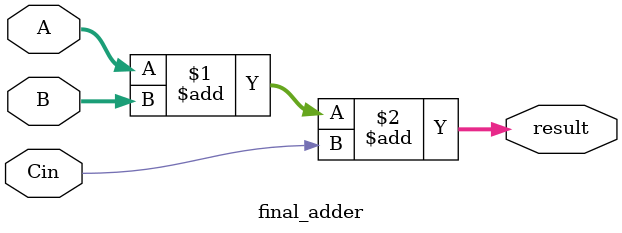
<source format=v>
`timescale 1ns / 1ps

module mult(
	input mul_clk,
	input resetn,
	input mul_signed,
	input [31:0] x,
	input [31:0] y,

	output [63:0] result
);
  wire [63:0] p00, p01, p02, p03, p04, p05, p06, p07, p08;
  wire [63:0] p09, p10, p11, p12, p13, p14, p15, p16;
  wire        c00, c01, c02, c03, c04, c05, c06, c07, c08;
  wire        c09, c10, c11, c12, c13, c14, c15, c16;
  
  wire [16:0] N00, N01, N02, N03, N04, N05, N06, N07;
  wire [16:0] N08, N09, N10, N11, N12, N13, N14, N15;
  wire [16:0] N16, N17, N18, N19, N20, N21, N22, N23;
  wire [16:0] N24, N25, N26, N27, N28, N29, N30, N31;
  wire [16:0] N32, N33, N34, N35, N36, N37, N38, N39;
  wire [16:0] N40, N41, N42, N43, N44, N45, N46, N47;
  wire [16:0] N48, N49, N50, N51, N52, N53, N54, N55;
  wire [16:0] N56, N57, N58, N59, N60, N61, N62, N63;
  wire [16:0] C;

  wire [63:0] C_wallace;
  wire [63:0] S_wallace;
  
  reg  [63:0] final_S;
  reg  [63:0] final_C;
  reg         final_Cin;
  wire [63:0] final_result;
  
  wire [33:0] A;
  wire [33:0] B; 
  
  assign A = (mul_signed)? {{2{x[31]}}, x} : {2'b00, x};
  assign B = (mul_signed)? {{2{y[31]}}, y} : {2'b00, y};
  
  assign result = final_result;
	always@(posedge mul_clk)
	begin
	  if(!resetn) begin
	    final_S   <= 64'b0;
	    final_C   <= 64'b0;
	    final_Cin <=  1'b0;
	  end
	  else begin
	    final_S   <= S_wallace;
	    final_C   <= {C_wallace[62:0],C[14]};
	    final_Cin <= C[15];
	  end
	end

  assign C = {c16, c15, c14, c13, c12, c11, c10, c09, c08, c07, c06, c05, c04, c03, c02, c01, c00};
  
  booth booth(.A(A), .B(B),
              .p00(p00), .p01(p01), .p02(p02), .p03(p03), .p04(p04), .p05(p05), .p06(p06), .p07(p07), .p08(p08),
              .p09(p09), .p10(p10), .p11(p11), .p12(p12), .p13(p13), .p14(p14), .p15(p15), .p16(p16), 
              .c00(c00), .c01(c01), .c02(c02), .c03(c03), .c04(c04), .c05(c05), .c06(c06), .c07(c07), .c08(c08),
              .c09(c09), .c10(c10), .c11(c11), .c12(c12), .c13(c13), .c14(c14), .c15(c15), .c16(c16)
              );

  switch switch(
              .p00(p00), .p01(p01), .p02(p02), .p03(p03), .p04(p04), .p05(p05), .p06(p06), .p07(p07), .p08(p08),
              .p09(p09), .p10(p10), .p11(p11), .p12(p12), .p13(p13), .p14(p14), .p15(p15), .p16(p16),
              
              .N00(N00), .N01(N01), .N02(N02), .N03(N03), .N04(N04), .N05(N05), .N06(N06), .N07(N07), 
              .N08(N08), .N09(N09), .N10(N10), .N11(N11), .N12(N12), .N13(N13), .N14(N14), .N15(N15), 
              .N16(N16), .N17(N17), .N18(N18), .N19(N19), .N20(N20), .N21(N21), .N22(N22), .N23(N23),
              .N24(N24), .N25(N25), .N26(N26), .N27(N27), .N28(N28), .N29(N29), .N30(N30), .N31(N31), 
              .N32(N32), .N33(N33), .N34(N34), .N35(N35), .N36(N36), .N37(N37), .N38(N38), .N39(N39), 
              .N40(N40), .N41(N41), .N42(N42), .N43(N43), .N44(N44), .N45(N45), .N46(N46), .N47(N47), 
              .N48(N48), .N49(N49), .N50(N50), .N51(N51), .N52(N52), .N53(N53), .N54(N54), .N55(N55), 
              .N56(N56), .N57(N57), .N58(N58), .N59(N59), .N60(N60), .N61(N61), .N62(N62), .N63(N63)
              );
              
  Wallace Wallace(
              .N00(N00), .N01(N01), .N02(N02), .N03(N03), .N04(N04), .N05(N05), .N06(N06), .N07(N07), 
              .N08(N08), .N09(N09), .N10(N10), .N11(N11), .N12(N12), .N13(N13), .N14(N14), .N15(N15), 
              .N16(N16), .N17(N17), .N18(N18), .N19(N19), .N20(N20), .N21(N21), .N22(N22), .N23(N23),
              .N24(N24), .N25(N25), .N26(N26), .N27(N27), .N28(N28), .N29(N29), .N30(N30), .N31(N31), 
              .N32(N32), .N33(N33), .N34(N34), .N35(N35), .N36(N36), .N37(N37), .N38(N38), .N39(N39), 
              .N40(N40), .N41(N41), .N42(N42), .N43(N43), .N44(N44), .N45(N45), .N46(N46), .N47(N47), 
              .N48(N48), .N49(N49), .N50(N50), .N51(N51), .N52(N52), .N53(N53), .N54(N54), .N55(N55), 
              .N56(N56), .N57(N57), .N58(N58), .N59(N59), .N60(N60), .N61(N61), .N62(N62), .N63(N63),
              .Cin(C[13:0]),

              .Cout(C_wallace),
              .S(S_wallace)
              );
             
  final_adder adder(.A(final_S), .B(final_C), .Cin(final_Cin), .result(final_result));
endmodule



module booth(
  input  [33:0] A,
  input  [33:0] B,

  output [63:0] p00, p01, p02, p03, p04, p05, p06, p07, p08,
  output [63:0] p09, p10, p11, p12, p13, p14, p15, p16,
  output        c00, c01, c02, c03, c04, c05, c06, c07, c08,
  output        c09, c10, c11, c12, c13, c14, c15, c16
  
);

  partial_product p_prod00(.A(A), .B({B[ 1: 0],1'b0}), .shift(6'd00), .p(p00), .c(c00)),
                  p_prod01(.A(A), .B( B[ 3: 1]      ), .shift(6'd02), .p(p01), .c(c01)),
                  p_prod02(.A(A), .B( B[ 5: 3]      ), .shift(6'd04), .p(p02), .c(c02)),
                  p_prod03(.A(A), .B( B[ 7: 5]      ), .shift(6'd06), .p(p03), .c(c03)),
                  p_prod04(.A(A), .B( B[ 9: 7]      ), .shift(6'd08), .p(p04), .c(c04)),
                  p_prod05(.A(A), .B( B[11: 9]      ), .shift(6'd10), .p(p05), .c(c05)),
                  p_prod06(.A(A), .B( B[13:11]      ), .shift(6'd12), .p(p06), .c(c06)),
                  p_prod07(.A(A), .B( B[15:13]      ), .shift(6'd14), .p(p07), .c(c07)),
                  p_prod08(.A(A), .B( B[17:15]      ), .shift(6'd16), .p(p08), .c(c08)),
                  p_prod09(.A(A), .B( B[19:17]      ), .shift(6'd18), .p(p09), .c(c09)),
                  p_prod10(.A(A), .B( B[21:19]      ), .shift(6'd20), .p(p10), .c(c10)),
                  p_prod11(.A(A), .B( B[23:21]      ), .shift(6'd22), .p(p11), .c(c11)),
                  p_prod12(.A(A), .B( B[25:23]      ), .shift(6'd24), .p(p12), .c(c12)),
                  p_prod13(.A(A), .B( B[27:25]      ), .shift(6'd26), .p(p13), .c(c13)),
                  p_prod14(.A(A), .B( B[29:27]      ), .shift(6'd28), .p(p14), .c(c14)),
                  p_prod15(.A(A), .B( B[31:29]      ), .shift(6'd30), .p(p15), .c(c15)),
                  p_prod16(.A(A), .B( B[33:31]      ), .shift(6'd32), .p(p16), .c(c16));
endmodule
 
module partial_product(
  input  [33:0] A,
  input  [ 2:0] B,
  input  [ 5:0] shift,
  
  output [63:0] p,
  output        c
);

  wire [33:0] p_temp;
  wire [95:0] p_pre;
  wire [33:0] A_neg;
  
  assign A_neg = ~A;

  assign p_temp = (B==3'b001)? A:
                  (B==3'b010)? A:
                  (B==3'b011)? {A[32:0], 1'b0}:
                  (B==3'b100)? {A_neg[32:0], 1'b1}:
                  (B==3'b101)? A_neg:
                  (B==3'b110)? A_neg:
                               34'b0;
                               
  assign c = (B==3'b100||B==3'b101||B==3'b110)? 1'b1 : 1'b0;
  
  assign p_pre = {{30{p_temp[33]}}, p_temp, {32{c}}} << shift;

  assign p = p_pre[95:32];                

endmodule


module switch(
  input  [63:0] p00, p01, p02, p03, p04, p05, p06, p07, p08,
  input  [63:0] p09, p10, p11, p12, p13, p14, p15, p16,
  
  output [16:0] N00, N01, N02, N03, N04, N05, N06, N07,
  output [16:0] N08, N09, N10, N11, N12, N13, N14, N15,
  output [16:0] N16, N17, N18, N19, N20, N21, N22, N23,
  output [16:0] N24, N25, N26, N27, N28, N29, N30, N31,
  output [16:0] N32, N33, N34, N35, N36, N37, N38, N39,
  output [16:0] N40, N41, N42, N43, N44, N45, N46, N47,
  output [16:0] N48, N49, N50, N51, N52, N53, N54, N55,
  output [16:0] N56, N57, N58, N59, N60, N61, N62, N63
);

  assign N00 = {p00[00], p01[00] ,p02[00], p03[00], p04[00], p05[00], p06[00], p07[00], p08[00], p09[00], p10[00], p11[00], p12[00], p13[00], p14[00], p15[00], p16[00]};
  assign N01 = {p00[01], p01[01] ,p02[01], p03[01], p04[01], p05[01], p06[01], p07[01], p08[01], p09[01], p10[01], p11[01], p12[01], p13[01], p14[01], p15[01], p16[01]};
  assign N02 = {p00[02], p01[02] ,p02[02], p03[02], p04[02], p05[02], p06[02], p07[02], p08[02], p09[02], p10[02], p11[02], p12[02], p13[02], p14[02], p15[02], p16[02]};
  assign N03 = {p00[03], p01[03] ,p02[03], p03[03], p04[03], p05[03], p06[03], p07[03], p08[03], p09[03], p10[03], p11[03], p12[03], p13[03], p14[03], p15[03], p16[03]};
  assign N04 = {p00[04], p01[04] ,p02[04], p03[04], p04[04], p05[04], p06[04], p07[04], p08[04], p09[04], p10[04], p11[04], p12[04], p13[04], p14[04], p15[04], p16[04]};
  assign N05 = {p00[05], p01[05] ,p02[05], p03[05], p04[05], p05[05], p06[05], p07[05], p08[05], p09[05], p10[05], p11[05], p12[05], p13[05], p14[05], p15[05], p16[05]};
  assign N06 = {p00[06], p01[06] ,p02[06], p03[06], p04[06], p05[06], p06[06], p07[06], p08[06], p09[06], p10[06], p11[06], p12[06], p13[06], p14[06], p15[06], p16[06]};
  assign N07 = {p00[07], p01[07] ,p02[07], p03[07], p04[07], p05[07], p06[07], p07[07], p08[07], p09[07], p10[07], p11[07], p12[07], p13[07], p14[07], p15[07], p16[07]};
  assign N08 = {p00[08], p01[08] ,p02[08], p03[08], p04[08], p05[08], p06[08], p07[08], p08[08], p09[08], p10[08], p11[08], p12[08], p13[08], p14[08], p15[08], p16[08]};
  assign N09 = {p00[09], p01[09] ,p02[09], p03[09], p04[09], p05[09], p06[09], p07[09], p08[09], p09[09], p10[09], p11[09], p12[09], p13[09], p14[09], p15[09], p16[09]};
  assign N10 = {p00[10], p01[10] ,p02[10], p03[10], p04[10], p05[10], p06[10], p07[10], p08[10], p09[10], p10[10], p11[10], p12[10], p13[10], p14[10], p15[10], p16[10]};
  assign N11 = {p00[11], p01[11] ,p02[11], p03[11], p04[11], p05[11], p06[11], p07[11], p08[11], p09[11], p10[11], p11[11], p12[11], p13[11], p14[11], p15[11], p16[11]};
  assign N12 = {p00[12], p01[12] ,p02[12], p03[12], p04[12], p05[12], p06[12], p07[12], p08[12], p09[12], p10[12], p11[12], p12[12], p13[12], p14[12], p15[12], p16[12]};
  assign N13 = {p00[13], p01[13] ,p02[13], p03[13], p04[13], p05[13], p06[13], p07[13], p08[13], p09[13], p10[13], p11[13], p12[13], p13[13], p14[13], p15[13], p16[13]};
  assign N14 = {p00[14], p01[14] ,p02[14], p03[14], p04[14], p05[14], p06[14], p07[14], p08[14], p09[14], p10[14], p11[14], p12[14], p13[14], p14[14], p15[14], p16[14]};
  assign N15 = {p00[15], p01[15] ,p02[15], p03[15], p04[15], p05[15], p06[15], p07[15], p08[15], p09[15], p10[15], p11[15], p12[15], p13[15], p14[15], p15[15], p16[15]};
  assign N16 = {p00[16], p01[16] ,p02[16], p03[16], p04[16], p05[16], p06[16], p07[16], p08[16], p09[16], p10[16], p11[16], p12[16], p13[16], p14[16], p15[16], p16[16]};
  assign N17 = {p00[17], p01[17] ,p02[17], p03[17], p04[17], p05[17], p06[17], p07[17], p08[17], p09[17], p10[17], p11[17], p12[17], p13[17], p14[17], p15[17], p16[17]};
  assign N18 = {p00[18], p01[18] ,p02[18], p03[18], p04[18], p05[18], p06[18], p07[18], p08[18], p09[18], p10[18], p11[18], p12[18], p13[18], p14[18], p15[18], p16[18]};
  assign N19 = {p00[19], p01[19] ,p02[19], p03[19], p04[19], p05[19], p06[19], p07[19], p08[19], p09[19], p10[19], p11[19], p12[19], p13[19], p14[19], p15[19], p16[19]};
  assign N20 = {p00[20], p01[20] ,p02[20], p03[20], p04[20], p05[20], p06[20], p07[20], p08[20], p09[20], p10[20], p11[20], p12[20], p13[20], p14[20], p15[20], p16[20]};
  assign N21 = {p00[21], p01[21] ,p02[21], p03[21], p04[21], p05[21], p06[21], p07[21], p08[21], p09[21], p10[21], p11[21], p12[21], p13[21], p14[21], p15[21], p16[21]};
  assign N22 = {p00[22], p01[22] ,p02[22], p03[22], p04[22], p05[22], p06[22], p07[22], p08[22], p09[22], p10[22], p11[22], p12[22], p13[22], p14[22], p15[22], p16[22]};
  assign N23 = {p00[23], p01[23] ,p02[23], p03[23], p04[23], p05[23], p06[23], p07[23], p08[23], p09[23], p10[23], p11[23], p12[23], p13[23], p14[23], p15[23], p16[23]};
  assign N24 = {p00[24], p01[24] ,p02[24], p03[24], p04[24], p05[24], p06[24], p07[24], p08[24], p09[24], p10[24], p11[24], p12[24], p13[24], p14[24], p15[24], p16[24]};
  assign N25 = {p00[25], p01[25] ,p02[25], p03[25], p04[25], p05[25], p06[25], p07[25], p08[25], p09[25], p10[25], p11[25], p12[25], p13[25], p14[25], p15[25], p16[25]};
  assign N26 = {p00[26], p01[26] ,p02[26], p03[26], p04[26], p05[26], p06[26], p07[26], p08[26], p09[26], p10[26], p11[26], p12[26], p13[26], p14[26], p15[26], p16[26]};
  assign N27 = {p00[27], p01[27] ,p02[27], p03[27], p04[27], p05[27], p06[27], p07[27], p08[27], p09[27], p10[27], p11[27], p12[27], p13[27], p14[27], p15[27], p16[27]};
  assign N28 = {p00[28], p01[28] ,p02[28], p03[28], p04[28], p05[28], p06[28], p07[28], p08[28], p09[28], p10[28], p11[28], p12[28], p13[28], p14[28], p15[28], p16[28]};
  assign N29 = {p00[29], p01[29] ,p02[29], p03[29], p04[29], p05[29], p06[29], p07[29], p08[29], p09[29], p10[29], p11[29], p12[29], p13[29], p14[29], p15[29], p16[29]};
  assign N30 = {p00[30], p01[30] ,p02[30], p03[30], p04[30], p05[30], p06[30], p07[30], p08[30], p09[30], p10[30], p11[30], p12[30], p13[30], p14[30], p15[30], p16[30]};
  assign N31 = {p00[31], p01[31] ,p02[31], p03[31], p04[31], p05[31], p06[31], p07[31], p08[31], p09[31], p10[31], p11[31], p12[31], p13[31], p14[31], p15[31], p16[31]};
  assign N32 = {p00[32], p01[32] ,p02[32], p03[32], p04[32], p05[32], p06[32], p07[32], p08[32], p09[32], p10[32], p11[32], p12[32], p13[32], p14[32], p15[32], p16[32]};
  assign N33 = {p00[33], p01[33] ,p02[33], p03[33], p04[33], p05[33], p06[33], p07[33], p08[33], p09[33], p10[33], p11[33], p12[33], p13[33], p14[33], p15[33], p16[33]};
  assign N34 = {p00[34], p01[34] ,p02[34], p03[34], p04[34], p05[34], p06[34], p07[34], p08[34], p09[34], p10[34], p11[34], p12[34], p13[34], p14[34], p15[34], p16[34]};
  assign N35 = {p00[35], p01[35] ,p02[35], p03[35], p04[35], p05[35], p06[35], p07[35], p08[35], p09[35], p10[35], p11[35], p12[35], p13[35], p14[35], p15[35], p16[35]};
  assign N36 = {p00[36], p01[36] ,p02[36], p03[36], p04[36], p05[36], p06[36], p07[36], p08[36], p09[36], p10[36], p11[36], p12[36], p13[36], p14[36], p15[36], p16[36]};
  assign N37 = {p00[37], p01[37] ,p02[37], p03[37], p04[37], p05[37], p06[37], p07[37], p08[37], p09[37], p10[37], p11[37], p12[37], p13[37], p14[37], p15[37], p16[37]};
  assign N38 = {p00[38], p01[38] ,p02[38], p03[38], p04[38], p05[38], p06[38], p07[38], p08[38], p09[38], p10[38], p11[38], p12[38], p13[38], p14[38], p15[38], p16[38]};
  assign N39 = {p00[39], p01[39] ,p02[39], p03[39], p04[39], p05[39], p06[39], p07[39], p08[39], p09[39], p10[39], p11[39], p12[39], p13[39], p14[39], p15[39], p16[39]};
  assign N40 = {p00[40], p01[40] ,p02[40], p03[40], p04[40], p05[40], p06[40], p07[40], p08[40], p09[40], p10[40], p11[40], p12[40], p13[40], p14[40], p15[40], p16[40]};
  assign N41 = {p00[41], p01[41] ,p02[41], p03[41], p04[41], p05[41], p06[41], p07[41], p08[41], p09[41], p10[41], p11[41], p12[41], p13[41], p14[41], p15[41], p16[41]};
  assign N42 = {p00[42], p01[42] ,p02[42], p03[42], p04[42], p05[42], p06[42], p07[42], p08[42], p09[42], p10[42], p11[42], p12[42], p13[42], p14[42], p15[42], p16[42]};
  assign N43 = {p00[43], p01[43] ,p02[43], p03[43], p04[43], p05[43], p06[43], p07[43], p08[43], p09[43], p10[43], p11[43], p12[43], p13[43], p14[43], p15[43], p16[43]};
  assign N44 = {p00[44], p01[44] ,p02[44], p03[44], p04[44], p05[44], p06[44], p07[44], p08[44], p09[44], p10[44], p11[44], p12[44], p13[44], p14[44], p15[44], p16[44]};
  assign N45 = {p00[45], p01[45] ,p02[45], p03[45], p04[45], p05[45], p06[45], p07[45], p08[45], p09[45], p10[45], p11[45], p12[45], p13[45], p14[45], p15[45], p16[45]};
  assign N46 = {p00[46], p01[46] ,p02[46], p03[46], p04[46], p05[46], p06[46], p07[46], p08[46], p09[46], p10[46], p11[46], p12[46], p13[46], p14[46], p15[46], p16[46]};
  assign N47 = {p00[47], p01[47] ,p02[47], p03[47], p04[47], p05[47], p06[47], p07[47], p08[47], p09[47], p10[47], p11[47], p12[47], p13[47], p14[47], p15[47], p16[47]};
  assign N48 = {p00[48], p01[48] ,p02[48], p03[48], p04[48], p05[48], p06[48], p07[48], p08[48], p09[48], p10[48], p11[48], p12[48], p13[48], p14[48], p15[48], p16[48]};
  assign N49 = {p00[49], p01[49] ,p02[49], p03[49], p04[49], p05[49], p06[49], p07[49], p08[49], p09[49], p10[49], p11[49], p12[49], p13[49], p14[49], p15[49], p16[49]};
  assign N50 = {p00[50], p01[50] ,p02[50], p03[50], p04[50], p05[50], p06[50], p07[50], p08[50], p09[50], p10[50], p11[50], p12[50], p13[50], p14[50], p15[50], p16[50]};
  assign N51 = {p00[51], p01[51] ,p02[51], p03[51], p04[51], p05[51], p06[51], p07[51], p08[51], p09[51], p10[51], p11[51], p12[51], p13[51], p14[51], p15[51], p16[51]};
  assign N52 = {p00[52], p01[52] ,p02[52], p03[52], p04[52], p05[52], p06[52], p07[52], p08[52], p09[52], p10[52], p11[52], p12[52], p13[52], p14[52], p15[52], p16[52]};
  assign N53 = {p00[53], p01[53] ,p02[53], p03[53], p04[53], p05[53], p06[53], p07[53], p08[53], p09[53], p10[53], p11[53], p12[53], p13[53], p14[53], p15[53], p16[53]};
  assign N54 = {p00[54], p01[54] ,p02[54], p03[54], p04[54], p05[54], p06[54], p07[54], p08[54], p09[54], p10[54], p11[54], p12[54], p13[54], p14[54], p15[54], p16[54]};
  assign N55 = {p00[55], p01[55] ,p02[55], p03[55], p04[55], p05[55], p06[55], p07[55], p08[55], p09[55], p10[55], p11[55], p12[55], p13[55], p14[55], p15[55], p16[55]};
  assign N56 = {p00[56], p01[56] ,p02[56], p03[56], p04[56], p05[56], p06[56], p07[56], p08[56], p09[56], p10[56], p11[56], p12[56], p13[56], p14[56], p15[56], p16[56]};
  assign N57 = {p00[57], p01[57] ,p02[57], p03[57], p04[57], p05[57], p06[57], p07[57], p08[57], p09[57], p10[57], p11[57], p12[57], p13[57], p14[57], p15[57], p16[57]};
  assign N58 = {p00[58], p01[58] ,p02[58], p03[58], p04[58], p05[58], p06[58], p07[58], p08[58], p09[58], p10[58], p11[58], p12[58], p13[58], p14[58], p15[58], p16[58]};
  assign N59 = {p00[59], p01[59] ,p02[59], p03[59], p04[59], p05[59], p06[59], p07[59], p08[59], p09[59], p10[59], p11[59], p12[59], p13[59], p14[59], p15[59], p16[59]};
  assign N60 = {p00[60], p01[60] ,p02[60], p03[60], p04[60], p05[60], p06[60], p07[60], p08[60], p09[60], p10[60], p11[60], p12[60], p13[60], p14[60], p15[60], p16[60]};
  assign N61 = {p00[61], p01[61] ,p02[61], p03[61], p04[61], p05[61], p06[61], p07[61], p08[61], p09[61], p10[61], p11[61], p12[61], p13[61], p14[61], p15[61], p16[61]};
  assign N62 = {p00[62], p01[62] ,p02[62], p03[62], p04[62], p05[62], p06[62], p07[62], p08[62], p09[62], p10[62], p11[62], p12[62], p13[62], p14[62], p15[62], p16[62]};
  assign N63 = {p00[63], p01[63] ,p02[63], p03[63], p04[63], p05[63], p06[63], p07[63], p08[63], p09[63], p10[63], p11[63], p12[63], p13[63], p14[63], p15[63], p16[63]};

endmodule 

module Wallace (
  input  [16:0] N00, N01, N02, N03, N04, N05, N06, N07,
  input  [16:0] N08, N09, N10, N11, N12, N13, N14, N15,
  input  [16:0] N16, N17, N18, N19, N20, N21, N22, N23,
  input  [16:0] N24, N25, N26, N27, N28, N29, N30, N31,
  input  [16:0] N32, N33, N34, N35, N36, N37, N38, N39,
  input  [16:0] N40, N41, N42, N43, N44, N45, N46, N47,
  input  [16:0] N48, N49, N50, N51, N52, N53, N54, N55,
  input  [16:0] N56, N57, N58, N59, N60, N61, N62, N63,
  input  [13:0] Cin,

  output [63:0] Cout,
  output [63:0] S
  );
  
  wire [13:0] Cout00, Cout01, Cout02, Cout03, Cout04, Cout05, Cout06, Cout07, Cout08, Cout09;
  wire [13:0] Cout10, Cout11, Cout12, Cout13, Cout14, Cout15, Cout16, Cout17, Cout18, Cout19;
  wire [13:0] Cout20, Cout21, Cout22, Cout23, Cout24, Cout25, Cout26, Cout27, Cout28, Cout29;
  wire [13:0] Cout30, Cout31, Cout32, Cout33, Cout34, Cout35, Cout36, Cout37, Cout38, Cout39;
  wire [13:0] Cout40, Cout41, Cout42, Cout43, Cout44, Cout45, Cout46, Cout47, Cout48, Cout49;
  wire [13:0] Cout50, Cout51, Cout52, Cout53, Cout54, Cout55, Cout56, Cout57, Cout58, Cout59;
  wire [13:0] Cout60, Cout61, Cout62, Cout63;
  
  
  one_bit_Wallace_tree tree00(.N(N00), .Cin(Cin    ), .Cout(Cout00), .C(Cout[00]), .S(S[00])),
                       tree01(.N(N01), .Cin(Cout00 ), .Cout(Cout01), .C(Cout[01]), .S(S[01])),
                       tree02(.N(N02), .Cin(Cout01 ), .Cout(Cout02), .C(Cout[02]), .S(S[02])),
                       tree03(.N(N03), .Cin(Cout02 ), .Cout(Cout03), .C(Cout[03]), .S(S[03])),
                       tree04(.N(N04), .Cin(Cout03 ), .Cout(Cout04), .C(Cout[04]), .S(S[04])),
                       tree05(.N(N05), .Cin(Cout04 ), .Cout(Cout05), .C(Cout[05]), .S(S[05])),
                       tree06(.N(N06), .Cin(Cout05 ), .Cout(Cout06), .C(Cout[06]), .S(S[06])),
                       tree07(.N(N07), .Cin(Cout06 ), .Cout(Cout07), .C(Cout[07]), .S(S[07])),
                       tree08(.N(N08), .Cin(Cout07 ), .Cout(Cout08), .C(Cout[08]), .S(S[08])),
                       tree09(.N(N09), .Cin(Cout08 ), .Cout(Cout09), .C(Cout[09]), .S(S[09])),
                       
                       tree10(.N(N10), .Cin(Cout09 ), .Cout(Cout10), .C(Cout[10]), .S(S[10])),
                       tree11(.N(N11), .Cin(Cout10 ), .Cout(Cout11), .C(Cout[11]), .S(S[11])),
                       tree12(.N(N12), .Cin(Cout11 ), .Cout(Cout12), .C(Cout[12]), .S(S[12])),
                       tree13(.N(N13), .Cin(Cout12 ), .Cout(Cout13), .C(Cout[13]), .S(S[13])),
                       tree14(.N(N14), .Cin(Cout13 ), .Cout(Cout14), .C(Cout[14]), .S(S[14])),
                       tree15(.N(N15), .Cin(Cout14 ), .Cout(Cout15), .C(Cout[15]), .S(S[15])),
                       tree16(.N(N16), .Cin(Cout15 ), .Cout(Cout16), .C(Cout[16]), .S(S[16])),
                       tree17(.N(N17), .Cin(Cout16 ), .Cout(Cout17), .C(Cout[17]), .S(S[17])),
                       tree18(.N(N18), .Cin(Cout17 ), .Cout(Cout18), .C(Cout[18]), .S(S[18])),
                       tree19(.N(N19), .Cin(Cout18 ), .Cout(Cout19), .C(Cout[19]), .S(S[19])),
                       
                       tree20(.N(N20), .Cin(Cout19 ), .Cout(Cout20), .C(Cout[20]), .S(S[20])),
                       tree21(.N(N21), .Cin(Cout20 ), .Cout(Cout21), .C(Cout[21]), .S(S[21])),
                       tree22(.N(N22), .Cin(Cout21 ), .Cout(Cout22), .C(Cout[22]), .S(S[22])),
                       tree23(.N(N23), .Cin(Cout22 ), .Cout(Cout23), .C(Cout[23]), .S(S[23])),
                       tree24(.N(N24), .Cin(Cout23 ), .Cout(Cout24), .C(Cout[24]), .S(S[24])),
                       tree25(.N(N25), .Cin(Cout24 ), .Cout(Cout25), .C(Cout[25]), .S(S[25])),
                       tree26(.N(N26), .Cin(Cout25 ), .Cout(Cout26), .C(Cout[26]), .S(S[26])),
                       tree27(.N(N27), .Cin(Cout26 ), .Cout(Cout27), .C(Cout[27]), .S(S[27])),
                       tree28(.N(N28), .Cin(Cout27 ), .Cout(Cout28), .C(Cout[28]), .S(S[28])),
                       tree29(.N(N29), .Cin(Cout28 ), .Cout(Cout29), .C(Cout[29]), .S(S[29])),
                       
                       tree30(.N(N30), .Cin(Cout29 ), .Cout(Cout30), .C(Cout[30]), .S(S[30])),
                       tree31(.N(N31), .Cin(Cout30 ), .Cout(Cout31), .C(Cout[31]), .S(S[31])),
                       tree32(.N(N32), .Cin(Cout31 ), .Cout(Cout32), .C(Cout[32]), .S(S[32])),
                       tree33(.N(N33), .Cin(Cout32 ), .Cout(Cout33), .C(Cout[33]), .S(S[33])),
                       tree34(.N(N34), .Cin(Cout33 ), .Cout(Cout34), .C(Cout[34]), .S(S[34])),
                       tree35(.N(N35), .Cin(Cout34 ), .Cout(Cout35), .C(Cout[35]), .S(S[35])),
                       tree36(.N(N36), .Cin(Cout35 ), .Cout(Cout36), .C(Cout[36]), .S(S[36])),
                       tree37(.N(N37), .Cin(Cout36 ), .Cout(Cout37), .C(Cout[37]), .S(S[37])),
                       tree38(.N(N38), .Cin(Cout37 ), .Cout(Cout38), .C(Cout[38]), .S(S[38])),
                       tree39(.N(N39), .Cin(Cout38 ), .Cout(Cout39), .C(Cout[39]), .S(S[39])),
                       
                       tree40(.N(N40), .Cin(Cout39 ), .Cout(Cout40), .C(Cout[40]), .S(S[40])),
                       tree41(.N(N41), .Cin(Cout40 ), .Cout(Cout41), .C(Cout[41]), .S(S[41])),
                       tree42(.N(N42), .Cin(Cout41 ), .Cout(Cout42), .C(Cout[42]), .S(S[42])),
                       tree43(.N(N43), .Cin(Cout42 ), .Cout(Cout43), .C(Cout[43]), .S(S[43])),
                       tree44(.N(N44), .Cin(Cout43 ), .Cout(Cout44), .C(Cout[44]), .S(S[44])),
                       tree45(.N(N45), .Cin(Cout44 ), .Cout(Cout45), .C(Cout[45]), .S(S[45])),
                       tree46(.N(N46), .Cin(Cout45 ), .Cout(Cout46), .C(Cout[46]), .S(S[46])),
                       tree47(.N(N47), .Cin(Cout46 ), .Cout(Cout47), .C(Cout[47]), .S(S[47])),
                       tree48(.N(N48), .Cin(Cout47 ), .Cout(Cout48), .C(Cout[48]), .S(S[48])),
                       tree49(.N(N49), .Cin(Cout48 ), .Cout(Cout49), .C(Cout[49]), .S(S[49])),                                              
                       
                       tree50(.N(N50), .Cin(Cout49 ), .Cout(Cout50), .C(Cout[50]), .S(S[50])),
                       tree51(.N(N51), .Cin(Cout50 ), .Cout(Cout51), .C(Cout[51]), .S(S[51])),
                       tree52(.N(N52), .Cin(Cout51 ), .Cout(Cout52), .C(Cout[52]), .S(S[52])),
                       tree53(.N(N53), .Cin(Cout52 ), .Cout(Cout53), .C(Cout[53]), .S(S[53])),
                       tree54(.N(N54), .Cin(Cout53 ), .Cout(Cout54), .C(Cout[54]), .S(S[54])),
                       tree55(.N(N55), .Cin(Cout54 ), .Cout(Cout55), .C(Cout[55]), .S(S[55])),
                       tree56(.N(N56), .Cin(Cout55 ), .Cout(Cout56), .C(Cout[56]), .S(S[56])),
                       tree57(.N(N57), .Cin(Cout56 ), .Cout(Cout57), .C(Cout[57]), .S(S[57])),
                       tree58(.N(N58), .Cin(Cout57 ), .Cout(Cout58), .C(Cout[58]), .S(S[58])),
                       tree59(.N(N59), .Cin(Cout58 ), .Cout(Cout59), .C(Cout[59]), .S(S[59])),   
                       
                       tree60(.N(N60), .Cin(Cout59 ), .Cout(Cout60), .C(Cout[60]), .S(S[60])),
                       tree61(.N(N61), .Cin(Cout60 ), .Cout(Cout61), .C(Cout[61]), .S(S[61])),
                       tree62(.N(N62), .Cin(Cout61 ), .Cout(Cout62), .C(Cout[62]), .S(S[62])),
                       tree63(.N(N63), .Cin(Cout62 ), .Cout(Cout63), .C(Cout[63]), .S(S[63]));
endmodule

module one_bit_Wallace_tree(
  input  [16:0] N,
  input  [13:0] Cin,

  output [13:0] Cout,
  output C,
  output S
);

  wire S00, S01, S02, S03, S04, S05, S06, S07, S08, S09, S10, S11, S12, S13;

  one_bit_full_adder adder00(.A(N[16]  ), .B(N[15]  ), .Cin(N[14]  ), .S(S00), .Cout(Cout[00])),
                     adder01(.A(N[13]  ), .B(N[12]  ), .Cin(N[11]  ), .S(S01), .Cout(Cout[01])),
                     adder02(.A(N[10]  ), .B(N[09]  ), .Cin(N[08]  ), .S(S02), .Cout(Cout[02])),
                     adder03(.A(N[07]  ), .B(N[06]  ), .Cin(N[05]  ), .S(S03), .Cout(Cout[03])),
                     adder04(.A(N[04]  ), .B(N[03]  ), .Cin(N[02]  ), .S(S04), .Cout(Cout[04])),
                     adder05(.A(S00    ), .B(S01    ), .Cin(S02    ), .S(S05), .Cout(Cout[05])),
                     adder06(.A(S03    ), .B(S04    ), .Cin(N[01]  ), .S(S06), .Cout(Cout[06])),
                     adder07(.A(N[00]  ), .B(Cin[00]), .Cin(Cin[01]), .S(S07), .Cout(Cout[07])),
                     adder08(.A(Cin[02]), .B(Cin[03]), .Cin(Cin[04]), .S(S08), .Cout(Cout[08])),
                     adder09(.A(S05    ), .B(S06    ), .Cin(S07    ), .S(S09), .Cout(Cout[09])),
                     adder10(.A(S08    ), .B(Cin[05]), .Cin(Cin[06]), .S(S10), .Cout(Cout[10])),
                     adder11(.A(S09    ), .B(S10    ), .Cin(Cin[07]), .S(S11), .Cout(Cout[11])),
                     adder12(.A(Cin[08]), .B(Cin[09]), .Cin(Cin[10]), .S(S12), .Cout(Cout[12])),
                     adder13(.A(S11    ), .B(S12    ), .Cin(Cin[11]), .S(S13), .Cout(Cout[13])),
                     adder14(.A(S13    ), .B(Cin[12]), .Cin(Cin[13]), .S(S  ), .Cout(C       ));
endmodule

module one_bit_full_adder(
  input A,
  input B,
  input Cin,
  
  output S,
  output Cout
);

  assign S = ~A & ~B & Cin | ~A & B & ~Cin | A & ~B & ~Cin | A & B & Cin;
  assign Cout = A & B |A & Cin | B & Cin;
 
endmodule

module final_adder(
  input  [63:0] A,
  input  [63:0] B,
  input  Cin,
  
  output [63:0] result
);


  assign result = A + B + Cin;
  
endmodule
</source>
